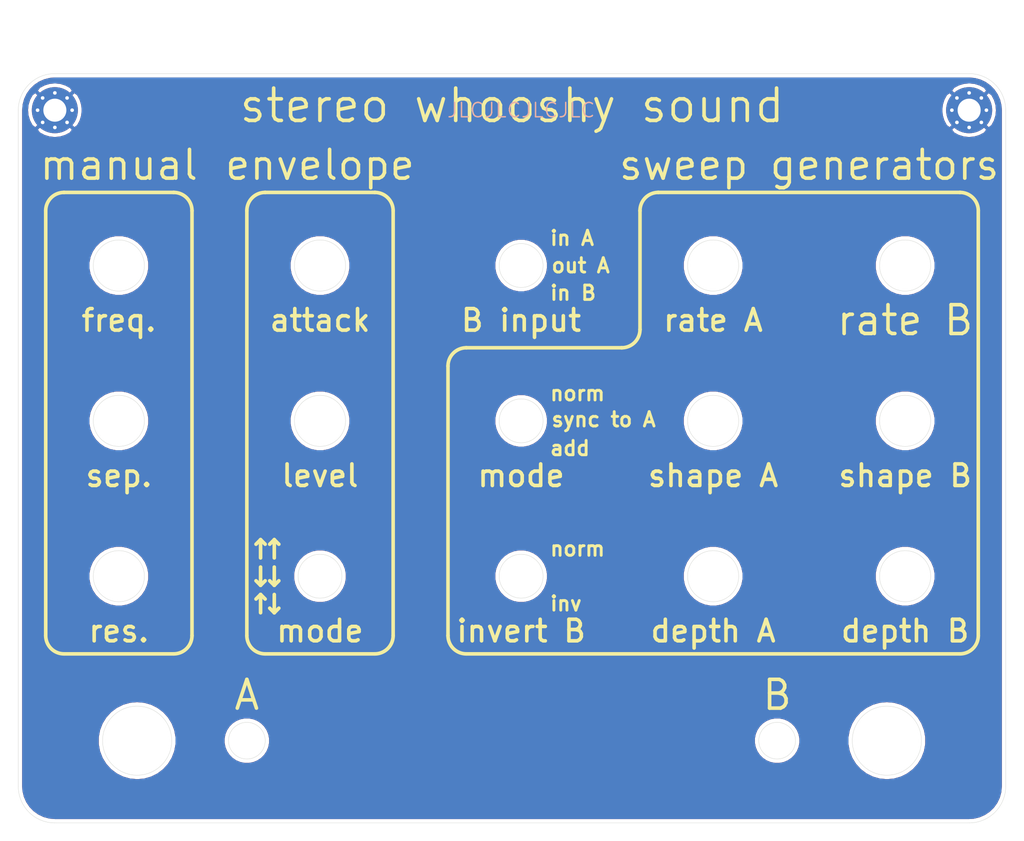
<source format=kicad_pcb>
(kicad_pcb (version 20171130) (host pcbnew 5.1.12-84ad8e8a86~92~ubuntu20.04.1)

  (general
    (thickness 1.6)
    (drawings 161)
    (tracks 0)
    (zones 0)
    (modules 2)
    (nets 2)
  )

  (page A4)
  (title_block
    (title "Stereo Whooshy Sound Front Panel")
    (date 2021-12-25)
    (rev 0)
    (comment 1 creativecommons.org/licenses/by/4.0/)
    (comment 2 "License: CC by 4.0")
    (comment 3 "Author: Jordan Aceto")
  )

  (layers
    (0 Top_layer signal)
    (31 Bottom_layer signal)
    (32 B.Adhes user)
    (33 F.Adhes user)
    (34 B.Paste user)
    (35 F.Paste user)
    (36 B.SilkS user)
    (37 F.SilkS user)
    (38 B.Mask user)
    (39 F.Mask user)
    (40 Dwgs.User user)
    (41 Cmts.User user)
    (42 Eco1.User user)
    (43 Eco2.User user)
    (44 Edge.Cuts user)
    (45 Margin user)
    (46 B.CrtYd user)
    (47 F.CrtYd user)
    (48 B.Fab user hide)
    (49 F.Fab user hide)
  )

  (setup
    (last_trace_width 0.25)
    (user_trace_width 0.4)
    (user_trace_width 0.5)
    (user_trace_width 0.7)
    (user_trace_width 1)
    (trace_clearance 0.2)
    (zone_clearance 0.508)
    (zone_45_only no)
    (trace_min 0.2)
    (via_size 0.8)
    (via_drill 0.4)
    (via_min_size 0.4)
    (via_min_drill 0.3)
    (uvia_size 0.3)
    (uvia_drill 0.1)
    (uvias_allowed no)
    (uvia_min_size 0.2)
    (uvia_min_drill 0.1)
    (edge_width 0.05)
    (segment_width 0.2)
    (pcb_text_width 0.3)
    (pcb_text_size 1.5 1.5)
    (mod_edge_width 0.12)
    (mod_text_size 1 1)
    (mod_text_width 0.15)
    (pad_size 1.524 1.524)
    (pad_drill 0.762)
    (pad_to_mask_clearance 0)
    (aux_axis_origin 0 0)
    (grid_origin 15.875 36.83)
    (visible_elements FFFFFF7F)
    (pcbplotparams
      (layerselection 0x010fc_ffffffff)
      (usegerberextensions true)
      (usegerberattributes false)
      (usegerberadvancedattributes false)
      (creategerberjobfile false)
      (excludeedgelayer true)
      (linewidth 0.100000)
      (plotframeref false)
      (viasonmask false)
      (mode 1)
      (useauxorigin false)
      (hpglpennumber 1)
      (hpglpenspeed 20)
      (hpglpendiameter 15.000000)
      (psnegative false)
      (psa4output false)
      (plotreference true)
      (plotvalue false)
      (plotinvisibletext false)
      (padsonsilk false)
      (subtractmaskfromsilk true)
      (outputformat 1)
      (mirror false)
      (drillshape 0)
      (scaleselection 1)
      (outputdirectory "../construction_docs/gerbers/"))
  )

  (net 0 "")
  (net 1 GND)

  (net_class Default "This is the default net class."
    (clearance 0.2)
    (trace_width 0.25)
    (via_dia 0.8)
    (via_drill 0.4)
    (uvia_dia 0.3)
    (uvia_drill 0.1)
    (add_net GND)
  )

  (module MountingHole:MountingHole_3.2mm_M3_Pad_Via (layer Top_layer) (tedit 56DDBCCA) (tstamp 61C77733)
    (at 133.985 15.24)
    (descr "Mounting Hole 3.2mm, M3")
    (tags "mounting hole 3.2mm m3")
    (path /61C796E4)
    (attr virtual)
    (fp_text reference H2 (at 0 -4.2) (layer F.SilkS) hide
      (effects (font (size 1 1) (thickness 0.15)))
    )
    (fp_text value MountingHole_Pad (at 0 4.2) (layer F.Fab)
      (effects (font (size 1 1) (thickness 0.15)))
    )
    (fp_circle (center 0 0) (end 3.2 0) (layer Cmts.User) (width 0.15))
    (fp_circle (center 0 0) (end 3.45 0) (layer F.CrtYd) (width 0.05))
    (fp_text user %R (at 0.3 0) (layer F.Fab)
      (effects (font (size 1 1) (thickness 0.15)))
    )
    (pad 1 thru_hole circle (at 1.697056 -1.697056) (size 0.8 0.8) (drill 0.5) (layers *.Cu *.Mask)
      (net 1 GND))
    (pad 1 thru_hole circle (at 0 -2.4) (size 0.8 0.8) (drill 0.5) (layers *.Cu *.Mask)
      (net 1 GND))
    (pad 1 thru_hole circle (at -1.697056 -1.697056) (size 0.8 0.8) (drill 0.5) (layers *.Cu *.Mask)
      (net 1 GND))
    (pad 1 thru_hole circle (at -2.4 0) (size 0.8 0.8) (drill 0.5) (layers *.Cu *.Mask)
      (net 1 GND))
    (pad 1 thru_hole circle (at -1.697056 1.697056) (size 0.8 0.8) (drill 0.5) (layers *.Cu *.Mask)
      (net 1 GND))
    (pad 1 thru_hole circle (at 0 2.4) (size 0.8 0.8) (drill 0.5) (layers *.Cu *.Mask)
      (net 1 GND))
    (pad 1 thru_hole circle (at 1.697056 1.697056) (size 0.8 0.8) (drill 0.5) (layers *.Cu *.Mask)
      (net 1 GND))
    (pad 1 thru_hole circle (at 2.4 0) (size 0.8 0.8) (drill 0.5) (layers *.Cu *.Mask)
      (net 1 GND))
    (pad 1 thru_hole circle (at 0 0) (size 6.4 6.4) (drill 3.2) (layers *.Cu *.Mask)
      (net 1 GND))
  )

  (module MountingHole:MountingHole_3.2mm_M3_Pad_Via (layer Top_layer) (tedit 56DDBCCA) (tstamp 61C77689)
    (at 6.985 15.24)
    (descr "Mounting Hole 3.2mm, M3")
    (tags "mounting hole 3.2mm m3")
    (path /61C77714)
    (attr virtual)
    (fp_text reference H1 (at 0 -4.2) (layer F.SilkS) hide
      (effects (font (size 1 1) (thickness 0.15)))
    )
    (fp_text value MountingHole_Pad (at 0 4.2) (layer F.Fab)
      (effects (font (size 1 1) (thickness 0.15)))
    )
    (fp_circle (center 0 0) (end 3.2 0) (layer Cmts.User) (width 0.15))
    (fp_circle (center 0 0) (end 3.45 0) (layer F.CrtYd) (width 0.05))
    (fp_text user %R (at 0.3 0) (layer F.Fab)
      (effects (font (size 1 1) (thickness 0.15)))
    )
    (pad 1 thru_hole circle (at 1.697056 -1.697056) (size 0.8 0.8) (drill 0.5) (layers *.Cu *.Mask)
      (net 1 GND))
    (pad 1 thru_hole circle (at 0 -2.4) (size 0.8 0.8) (drill 0.5) (layers *.Cu *.Mask)
      (net 1 GND))
    (pad 1 thru_hole circle (at -1.697056 -1.697056) (size 0.8 0.8) (drill 0.5) (layers *.Cu *.Mask)
      (net 1 GND))
    (pad 1 thru_hole circle (at -2.4 0) (size 0.8 0.8) (drill 0.5) (layers *.Cu *.Mask)
      (net 1 GND))
    (pad 1 thru_hole circle (at -1.697056 1.697056) (size 0.8 0.8) (drill 0.5) (layers *.Cu *.Mask)
      (net 1 GND))
    (pad 1 thru_hole circle (at 0 2.4) (size 0.8 0.8) (drill 0.5) (layers *.Cu *.Mask)
      (net 1 GND))
    (pad 1 thru_hole circle (at 1.697056 1.697056) (size 0.8 0.8) (drill 0.5) (layers *.Cu *.Mask)
      (net 1 GND))
    (pad 1 thru_hole circle (at 2.4 0) (size 0.8 0.8) (drill 0.5) (layers *.Cu *.Mask)
      (net 1 GND))
    (pad 1 thru_hole circle (at 0 0) (size 6.4 6.4) (drill 3.2) (layers *.Cu *.Mask)
      (net 1 GND))
  )

  (gr_text JLCJLCJLCJLC (at 71.755 15.24) (layer B.SilkS)
    (effects (font (size 2 2) (thickness 0.2)))
  )
  (gr_arc (start 133.985 15.24) (end 139.065 15.24) (angle -90) (layer Edge.Cuts) (width 0.05) (tstamp 61C7763A))
  (gr_arc (start 133.985 109.22) (end 133.985 114.3) (angle -90) (layer Edge.Cuts) (width 0.05) (tstamp 61C7763A))
  (gr_arc (start 6.985 109.22) (end 1.905 109.22) (angle -90) (layer Edge.Cuts) (width 0.05) (tstamp 61C7763A))
  (gr_arc (start 6.985 15.24) (end 6.985 10.16) (angle -90) (layer Edge.Cuts) (width 0.05) (tstamp 61C7763A))
  (gr_line (start 6.985 10.16) (end 133.985 10.16) (layer Edge.Cuts) (width 0.05) (tstamp 61C775AB))
  (gr_line (start 1.905 109.22) (end 1.905 15.24) (layer Edge.Cuts) (width 0.05))
  (gr_line (start 133.985 114.3) (end 6.985 114.3) (layer Edge.Cuts) (width 0.05))
  (gr_line (start 139.065 15.24) (end 139.065 109.22) (layer Edge.Cuts) (width 0.05))
  (gr_arc (start 132.715 88.265) (end 132.715 90.805) (angle -90) (layer F.SilkS) (width 0.5) (tstamp 61C77370))
  (gr_arc (start 132.715 29.21) (end 135.255 29.21) (angle -90) (layer F.SilkS) (width 0.5) (tstamp 61C77370))
  (gr_arc (start 90.805 29.21) (end 90.805 26.67) (angle -90) (layer F.SilkS) (width 0.5) (tstamp 61C77370))
  (gr_arc (start 85.725 45.72) (end 85.725 48.26) (angle -90) (layer F.SilkS) (width 0.5) (tstamp 61C77370))
  (gr_arc (start 64.135 50.8) (end 64.135 48.26) (angle -90) (layer F.SilkS) (width 0.5) (tstamp 61C77370))
  (gr_arc (start 51.435 29.21) (end 53.975 29.21) (angle -90) (layer F.SilkS) (width 0.5) (tstamp 61C77370))
  (gr_arc (start 64.135 88.265) (end 61.595 88.265) (angle -90) (layer F.SilkS) (width 0.5) (tstamp 61C77370))
  (gr_arc (start 51.435 88.265) (end 51.435 90.805) (angle -90) (layer F.SilkS) (width 0.5) (tstamp 61C77370))
  (gr_arc (start 36.195 88.265) (end 33.655 88.265) (angle -90) (layer F.SilkS) (width 0.5) (tstamp 61C77370))
  (gr_arc (start 23.495 88.265) (end 23.495 90.805) (angle -90) (layer F.SilkS) (width 0.5) (tstamp 61C77370))
  (gr_arc (start 8.255 88.265) (end 5.715 88.265) (angle -90) (layer F.SilkS) (width 0.5) (tstamp 61C77370))
  (gr_arc (start 36.195 29.21) (end 36.195 26.67) (angle -90) (layer F.SilkS) (width 0.5) (tstamp 61C77370))
  (gr_arc (start 23.495 29.21) (end 26.035 29.21) (angle -90) (layer F.SilkS) (width 0.5) (tstamp 61C77370))
  (gr_arc (start 8.255 29.21) (end 8.255 26.67) (angle -90) (layer F.SilkS) (width 0.5))
  (gr_line (start 132.715 90.805) (end 64.135 90.805) (layer F.SilkS) (width 0.5))
  (gr_line (start 135.255 29.21) (end 135.255 88.265) (layer F.SilkS) (width 0.5))
  (gr_line (start 90.805 26.67) (end 132.715 26.67) (layer F.SilkS) (width 0.5))
  (gr_line (start 88.265 29.21) (end 88.265 45.72) (layer F.SilkS) (width 0.5))
  (gr_line (start 64.135 48.26) (end 85.725 48.26) (layer F.SilkS) (width 0.5))
  (gr_line (start 61.595 50.8) (end 61.595 88.265) (layer F.SilkS) (width 0.5))
  (gr_line (start 51.435 90.805) (end 36.195 90.805) (layer F.SilkS) (width 0.5) (tstamp 61C77342))
  (gr_line (start 23.495 90.805) (end 8.255 90.805) (layer F.SilkS) (width 0.5) (tstamp 61C77342))
  (gr_line (start 51.435 26.67) (end 36.195 26.67) (layer F.SilkS) (width 0.5) (tstamp 61C77342))
  (gr_line (start 53.975 29.21) (end 53.975 88.265) (layer F.SilkS) (width 0.5) (tstamp 61C7733A))
  (gr_line (start 33.655 29.21) (end 33.655 88.265) (layer F.SilkS) (width 0.5) (tstamp 61C7733A))
  (gr_line (start 5.715 29.21) (end 5.715 88.265) (layer F.SilkS) (width 0.5) (tstamp 61C7733A))
  (gr_line (start 26.035 29.21) (end 26.035 88.265) (layer F.SilkS) (width 0.5))
  (gr_line (start 23.495 26.67) (end 8.255 26.67) (layer F.SilkS) (width 0.5))
  (gr_circle (center 33.655 102.87) (end 36.205 102.87) (layer Edge.Cuts) (width 0.05) (tstamp 61C77231))
  (gr_circle (center 107.315 102.87) (end 109.865 102.87) (layer Edge.Cuts) (width 0.05) (tstamp 61C7722C))
  (gr_circle (center 122.555 102.87) (end 127.355 102.87) (layer Edge.Cuts) (width 0.05) (tstamp 61C7722C))
  (gr_circle (center 18.415 102.87) (end 23.215 102.87) (layer Edge.Cuts) (width 0.05) (tstamp 61C7721D))
  (gr_circle (center 71.755 36.83) (end 74.805 36.83) (layer Edge.Cuts) (width 0.05) (tstamp 61C7721D))
  (gr_circle (center 71.755 58.42) (end 74.805 58.42) (layer Edge.Cuts) (width 0.05) (tstamp 61C7721D))
  (gr_circle (center 71.755 80.01) (end 74.805 80.01) (layer Edge.Cuts) (width 0.05) (tstamp 61C7721D))
  (gr_circle (center 43.815 80.01) (end 46.865 80.01) (layer Edge.Cuts) (width 0.05) (tstamp 61C77207))
  (gr_circle (center 98.425 58.42) (end 101.975 58.42) (layer Edge.Cuts) (width 0.05) (tstamp 61C77207))
  (gr_circle (center 98.425 80.01) (end 101.975 80.01) (layer Edge.Cuts) (width 0.05) (tstamp 61C77207))
  (gr_circle (center 125.095 80.01) (end 128.645 80.01) (layer Edge.Cuts) (width 0.05) (tstamp 61C77207))
  (gr_circle (center 125.095 58.42) (end 128.645 58.42) (layer Edge.Cuts) (width 0.05) (tstamp 61C77207))
  (gr_circle (center 125.095 36.83) (end 128.645 36.83) (layer Edge.Cuts) (width 0.05) (tstamp 61C77207))
  (gr_circle (center 98.425 36.83) (end 101.975 36.83) (layer Edge.Cuts) (width 0.05) (tstamp 61C77207))
  (gr_circle (center 43.815 36.83) (end 47.365 36.83) (layer Edge.Cuts) (width 0.05) (tstamp 61C77207))
  (gr_circle (center 43.815 58.42) (end 47.365 58.42) (layer Edge.Cuts) (width 0.05) (tstamp 61C77207))
  (gr_circle (center 15.875 80.01) (end 19.425 80.01) (layer Edge.Cuts) (width 0.05) (tstamp 61C77207))
  (gr_circle (center 15.875 58.42) (end 19.425 58.42) (layer Edge.Cuts) (width 0.05) (tstamp 61C77207))
  (gr_circle (center 15.875 36.83) (end 19.425 36.83) (layer Edge.Cuts) (width 0.05))
  (gr_line (start 140.7 0) (end 140.7 116.7) (layer Dwgs.User) (width 0.15))
  (gr_line (start 0 0) (end 0 116.7) (layer Dwgs.User) (width 0.15))
  (gr_line (start 0 116.7) (end 140.7 116.7) (layer Dwgs.User) (width 0.15) (tstamp 610EBDF6))
  (gr_text B (at 107.315 96.52) (layer F.SilkS) (tstamp 610EC5DB)
    (effects (font (size 4 4) (thickness 0.5)))
  )
  (gr_circle (center 107.275 102.87) (end 109.775 102.87) (layer Dwgs.User) (width 0.15) (tstamp 610EC5DE))
  (gr_text A (at 33.655 96.52) (layer F.SilkS) (tstamp 610EC5D8)
    (effects (font (size 4 4) (thickness 0.5)))
  )
  (gr_circle (center 33.695 102.87) (end 36.195 102.87) (layer Dwgs.User) (width 0.15) (tstamp 610EC5D5))
  (gr_text "out A" (at 75.755 36.83) (layer F.SilkS) (tstamp 610EC5CF)
    (effects (font (size 2 2) (thickness 0.4)) (justify left))
  )
  (gr_text "in A" (at 75.565 33.02) (layer F.SilkS) (tstamp 610EC5CC)
    (effects (font (size 2 2) (thickness 0.4)) (justify left))
  )
  (gr_text "in B" (at 75.565 40.64) (layer F.SilkS) (tstamp 610EC5C9)
    (effects (font (size 2 2) (thickness 0.4)) (justify left))
  )
  (gr_text "B input" (at 71.755 44.45) (layer F.SilkS) (tstamp 610EC5C6)
    (effects (font (size 3 3) (thickness 0.5)))
  )
  (gr_circle (center 71.755 80.01) (end 75.755 80.01) (layer Dwgs.User) (width 0.15) (tstamp 610EC5C3))
  (gr_line (start 71.755 80.01) (end 67.945 75.438) (layer Dwgs.User) (width 0.15) (tstamp 610EC5C0))
  (gr_text "stereo whooshy sound" (at 70.485 14.605) (layer F.SilkS) (tstamp 61C773BE)
    (effects (font (size 4.5 4.5) (thickness 0.5)))
  )
  (gr_text "sweep generators" (at 111.76 22.86) (layer F.SilkS) (tstamp 610EC5BA)
    (effects (font (size 4 4) (thickness 0.5)))
  )
  (gr_text envelope (at 43.815 22.86) (layer F.SilkS) (tstamp 610EC5B7)
    (effects (font (size 4 4) (thickness 0.5)))
  )
  (gr_text manual (at 15.875 22.86) (layer F.SilkS) (tstamp 610EC5B4)
    (effects (font (size 4 4) (thickness 0.5)))
  )
  (gr_line (start 37.465 85.09) (end 38.1 84.455) (layer F.SilkS) (width 0.5) (tstamp 610EC57E))
  (gr_line (start 37.465 82.55) (end 37.465 85.09) (layer F.SilkS) (width 0.5) (tstamp 610EC57B))
  (gr_line (start 35.56 82.55) (end 34.925 83.185) (layer F.SilkS) (width 0.5) (tstamp 610EC578))
  (gr_line (start 37.465 85.09) (end 36.83 84.455) (layer F.SilkS) (width 0.5) (tstamp 610EC575))
  (gr_line (start 35.56 82.55) (end 36.195 83.185) (layer F.SilkS) (width 0.5) (tstamp 610EC572))
  (gr_line (start 35.56 85.09) (end 35.56 82.55) (layer F.SilkS) (width 0.5) (tstamp 610EC56F))
  (gr_line (start 35.56 81.28) (end 36.195 80.645) (layer F.SilkS) (width 0.5) (tstamp 610EC56C))
  (gr_line (start 35.56 78.74) (end 35.56 81.28) (layer F.SilkS) (width 0.5) (tstamp 610EC569))
  (gr_line (start 37.465 81.28) (end 38.1 80.645) (layer F.SilkS) (width 0.5) (tstamp 610EC566))
  (gr_line (start 35.56 81.28) (end 34.925 80.645) (layer F.SilkS) (width 0.5) (tstamp 610EC563))
  (gr_line (start 37.465 81.28) (end 36.83 80.645) (layer F.SilkS) (width 0.5) (tstamp 610EC560))
  (gr_line (start 37.465 78.74) (end 37.465 81.28) (layer F.SilkS) (width 0.5) (tstamp 610EC55D))
  (gr_line (start 35.56 74.93) (end 34.925 75.565) (layer F.SilkS) (width 0.5) (tstamp 610EC55A))
  (gr_line (start 35.56 77.47) (end 35.56 74.93) (layer F.SilkS) (width 0.5) (tstamp 610EC557))
  (gr_line (start 35.56 74.93) (end 36.195 75.565) (layer F.SilkS) (width 0.5) (tstamp 610EC554))
  (gr_line (start 37.465 74.93) (end 38.1 75.565) (layer F.SilkS) (width 0.5) (tstamp 610EC551))
  (gr_line (start 37.465 74.93) (end 36.83 75.565) (layer F.SilkS) (width 0.5) (tstamp 610EC54E))
  (gr_line (start 37.465 77.47) (end 37.465 74.93) (layer F.SilkS) (width 0.5) (tstamp 610EC54B))
  (gr_line (start 128.905 100.33) (end 128.905 105.41) (layer Dwgs.User) (width 0.15) (tstamp 610EC518))
  (gr_line (start 125.095 109.22) (end 128.905 105.41) (layer Dwgs.User) (width 0.15) (tstamp 610EC515))
  (gr_line (start 120.015 109.22) (end 125.095 109.22) (layer Dwgs.User) (width 0.15) (tstamp 610EC512))
  (gr_line (start 125.095 96.52) (end 128.905 100.33) (layer Dwgs.User) (width 0.15) (tstamp 610EC50F))
  (gr_line (start 120.015 96.52) (end 125.095 96.52) (layer Dwgs.User) (width 0.15) (tstamp 610EC50C))
  (gr_circle (center 122.555 102.87) (end 127.555 102.87) (layer Dwgs.User) (width 0.15) (tstamp 610EC509))
  (gr_line (start 116.205 105.41) (end 116.205 100.33) (layer Dwgs.User) (width 0.15) (tstamp 610EC506))
  (gr_circle (center 122.555 102.87) (end 132.555 102.87) (layer Dwgs.User) (width 0.15) (tstamp 610EC503))
  (gr_line (start 120.015 109.22) (end 116.205 105.41) (layer Dwgs.User) (width 0.15) (tstamp 610EC500))
  (gr_line (start 116.205 100.33) (end 116.205 105.41) (layer Dwgs.User) (width 0.15) (tstamp 610EC4FD))
  (gr_line (start 120.015 96.52) (end 116.205 100.33) (layer Dwgs.User) (width 0.15) (tstamp 610EC4FA))
  (gr_line (start 15.875 109.22) (end 12.065 105.41) (layer Dwgs.User) (width 0.15) (tstamp 610EC4F7))
  (gr_line (start 15.875 96.52) (end 12.065 100.33) (layer Dwgs.User) (width 0.15) (tstamp 610EC4F4))
  (gr_line (start 12.065 105.41) (end 12.065 100.33) (layer Dwgs.User) (width 0.15) (tstamp 610EC4F1))
  (gr_line (start 12.065 100.33) (end 12.065 105.41) (layer Dwgs.User) (width 0.15) (tstamp 610EC4EE))
  (gr_line (start 20.955 109.22) (end 24.765 105.41) (layer Dwgs.User) (width 0.15) (tstamp 610EC4EB))
  (gr_line (start 15.875 109.22) (end 20.955 109.22) (layer Dwgs.User) (width 0.15) (tstamp 610EC4E8))
  (gr_line (start 24.765 100.33) (end 24.765 105.41) (layer Dwgs.User) (width 0.15) (tstamp 610EC4E5))
  (gr_line (start 20.955 96.52) (end 24.765 100.33) (layer Dwgs.User) (width 0.15) (tstamp 610EC4E2))
  (gr_line (start 15.875 96.52) (end 20.955 96.52) (layer Dwgs.User) (width 0.15) (tstamp 610EC4DF))
  (gr_circle (center 18.415 102.87) (end 28.415 102.87) (layer Dwgs.User) (width 0.15) (tstamp 610EC4DC))
  (gr_circle (center 18.415 102.87) (end 23.415 102.87) (layer Dwgs.User) (width 0.15) (tstamp 610EC4D9))
  (gr_text res. (at 15.875 87.63) (layer F.SilkS) (tstamp 610EC4D6)
    (effects (font (size 3 3) (thickness 0.5)))
  )
  (gr_text sep. (at 15.875 66.04) (layer F.SilkS) (tstamp 610EC4D3)
    (effects (font (size 3 3) (thickness 0.5)))
  )
  (gr_text freq. (at 15.875 44.45) (layer F.SilkS) (tstamp 610EC4D0)
    (effects (font (size 3 3) (thickness 0.5)))
  )
  (gr_text mode (at 43.815 87.63) (layer F.SilkS) (tstamp 610EC4CD)
    (effects (font (size 3 3) (thickness 0.5)))
  )
  (gr_text level (at 43.815 66.04) (layer F.SilkS) (tstamp 610EC4CA)
    (effects (font (size 3 3) (thickness 0.5)))
  )
  (gr_text attack (at 43.815 44.45) (layer F.SilkS) (tstamp 61C7716F)
    (effects (font (size 3 3) (thickness 0.5)))
  )
  (gr_text "depth B" (at 125.095 87.63) (layer F.SilkS) (tstamp 61C7725D)
    (effects (font (size 3 3) (thickness 0.5)))
  )
  (gr_text "depth A" (at 98.425 87.63) (layer F.SilkS) (tstamp 610EC4C1)
    (effects (font (size 3 3) (thickness 0.5)))
  )
  (gr_text "rate B" (at 125.095 44.45) (layer F.SilkS) (tstamp 610EC4BE)
    (effects (font (size 4 4) (thickness 0.5)))
  )
  (gr_text "rate A" (at 98.425 44.45) (layer F.SilkS) (tstamp 610EC4BB)
    (effects (font (size 3 3) (thickness 0.5)))
  )
  (gr_text "shape A" (at 98.425 66.04) (layer F.SilkS) (tstamp 610EC4B8)
    (effects (font (size 3 3) (thickness 0.5)))
  )
  (gr_text "invert B" (at 71.755 87.63) (layer F.SilkS) (tstamp 610EC4B5)
    (effects (font (size 3 3) (thickness 0.5)))
  )
  (gr_text inv (at 75.565 83.82) (layer F.SilkS) (tstamp 610EC4B2)
    (effects (font (size 2 2) (thickness 0.4)) (justify left))
  )
  (gr_text norm (at 75.565 76.2) (layer F.SilkS) (tstamp 610EC4AF)
    (effects (font (size 2 2) (thickness 0.4)) (justify left))
  )
  (gr_text add (at 75.565 62.23) (layer F.SilkS) (tstamp 610EC4AC)
    (effects (font (size 2 2) (thickness 0.4)) (justify left))
  )
  (gr_text "sync to A" (at 75.755 58.23) (layer F.SilkS) (tstamp 610EC4A9)
    (effects (font (size 2 2) (thickness 0.4)) (justify left))
  )
  (gr_text norm (at 75.565 54.61) (layer F.SilkS) (tstamp 610EC4A6)
    (effects (font (size 2 2) (thickness 0.4)) (justify left))
  )
  (gr_text "shape B" (at 125.095 66.04) (layer F.SilkS) (tstamp 610EC4A3)
    (effects (font (size 3 3) (thickness 0.5)))
  )
  (gr_text mode (at 71.755 66.04) (layer F.SilkS) (tstamp 610EC4A0)
    (effects (font (size 3 3) (thickness 0.5)))
  )
  (gr_line (start 15.875 80.01) (end 11.684 84.201) (layer Dwgs.User) (width 0.15) (tstamp 610EC49D))
  (gr_circle (center 15.875 80.01) (end 21.875 80.01) (layer Dwgs.User) (width 0.15) (tstamp 610EC49A))
  (gr_circle (center 15.875 58.42) (end 21.875 58.42) (layer Dwgs.User) (width 0.15) (tstamp 610EC497))
  (gr_line (start 15.875 36.83) (end 10.795 40.259) (layer Dwgs.User) (width 0.15) (tstamp 610EC494))
  (gr_circle (center 15.875 36.83) (end 21.875 36.83) (layer Dwgs.User) (width 0.15) (tstamp 610EC491))
  (gr_line (start 15.875 58.42) (end 11.684 62.611) (layer Dwgs.User) (width 0.15) (tstamp 610EC48E))
  (gr_circle (center 43.815 58.42) (end 49.815 58.42) (layer Dwgs.User) (width 0.15) (tstamp 610EC48B))
  (gr_line (start 43.815 80.01) (end 40.005 75.438) (layer Dwgs.User) (width 0.15) (tstamp 610EC488))
  (gr_line (start 43.815 36.83) (end 38.735 40.259) (layer Dwgs.User) (width 0.15) (tstamp 610EC485))
  (gr_circle (center 43.815 36.83) (end 49.815 36.83) (layer Dwgs.User) (width 0.15) (tstamp 610EC482))
  (gr_line (start 43.815 58.42) (end 39.624 62.611) (layer Dwgs.User) (width 0.15) (tstamp 610EC47F))
  (gr_circle (center 43.815 80.01) (end 47.815 80.01) (layer Dwgs.User) (width 0.15) (tstamp 610EC47C))
  (gr_circle (center 125.095 80.01) (end 131.095 80.01) (layer Dwgs.User) (width 0.15) (tstamp 610EC479))
  (gr_line (start 98.425 80.01) (end 93.345 83.439) (layer Dwgs.User) (width 0.15) (tstamp 610EC476))
  (gr_circle (center 98.425 80.01) (end 104.425 80.01) (layer Dwgs.User) (width 0.15) (tstamp 610EC473))
  (gr_line (start 125.095 80.01) (end 120.904 84.201) (layer Dwgs.User) (width 0.15) (tstamp 610EC470))
  (gr_circle (center 98.425 58.42) (end 104.425 58.42) (layer Dwgs.User) (width 0.15) (tstamp 610EC46D))
  (gr_line (start 71.755 36.83) (end 67.945 32.258) (layer Dwgs.User) (width 0.15) (tstamp 610EC46A))
  (gr_line (start 98.425 36.83) (end 93.345 40.259) (layer Dwgs.User) (width 0.15) (tstamp 610EC467))
  (gr_circle (center 98.425 36.83) (end 104.425 36.83) (layer Dwgs.User) (width 0.15) (tstamp 610EC464))
  (gr_line (start 98.425 58.42) (end 94.234 62.611) (layer Dwgs.User) (width 0.15) (tstamp 610EC461))
  (gr_circle (center 71.755 36.83) (end 75.755 36.83) (layer Dwgs.User) (width 0.15) (tstamp 610EC45E))
  (gr_circle (center 71.755 58.42) (end 75.755 58.42) (layer Dwgs.User) (width 0.15) (tstamp 610EC45B))
  (gr_line (start 71.755 58.42) (end 67.945 53.848) (layer Dwgs.User) (width 0.15) (tstamp 610EC458))
  (gr_line (start 125.095 36.83) (end 120.015 40.259) (layer Dwgs.User) (width 0.15) (tstamp 610EC455))
  (gr_circle (center 125.095 58.42) (end 131.095 58.42) (layer Dwgs.User) (width 0.15) (tstamp 610EC452))
  (gr_circle (center 125.095 36.83) (end 131.095 36.83) (layer Dwgs.User) (width 0.15) (tstamp 610EC44F))
  (gr_line (start 125.095 58.42) (end 120.904 62.611) (layer Dwgs.User) (width 0.15) (tstamp 610EC44C))
  (gr_line (start 0 0) (end 140.7 0) (layer Dwgs.User) (width 0.15) (tstamp 5FB3DFFE))

  (zone (net 1) (net_name GND) (layer Top_layer) (tstamp 61C72A3F) (hatch edge 0.508)
    (connect_pads (clearance 0.508))
    (min_thickness 0.254)
    (fill yes (arc_segments 32) (thermal_gap 0.508) (thermal_bridge_width 0.508))
    (polygon
      (pts
        (xy 140.335 115.57) (xy 0.635 115.57) (xy 0.635 8.89) (xy 140.335 8.89)
      )
    )
    (filled_polygon
      (pts
        (xy 134.767249 10.892437) (xy 135.524774 11.099672) (xy 136.233625 11.437777) (xy 136.871404 11.896067) (xy 137.417946 12.460055)
        (xy 137.855977 13.111913) (xy 138.171651 13.831038) (xy 138.356206 14.599768) (xy 138.405 15.264207) (xy 138.405001 109.190597)
        (xy 138.332563 110.002249) (xy 138.125328 110.759774) (xy 137.787221 111.468627) (xy 137.328928 112.10641) (xy 136.764945 112.652946)
        (xy 136.113085 113.090978) (xy 135.393963 113.406651) (xy 134.625232 113.591206) (xy 133.960792 113.64) (xy 7.014392 113.64)
        (xy 6.202751 113.567563) (xy 5.445226 113.360328) (xy 4.736373 113.022221) (xy 4.09859 112.563928) (xy 3.552054 111.999945)
        (xy 3.114022 111.348085) (xy 2.798349 110.628963) (xy 2.613794 109.860232) (xy 2.565 109.195792) (xy 2.565 102.364369)
        (xy 12.958377 102.364369) (xy 12.958377 103.375631) (xy 13.144195 104.369673) (xy 13.509505 105.312646) (xy 14.041866 106.172438)
        (xy 14.723148 106.919769) (xy 15.530152 107.52919) (xy 16.435396 107.979948) (xy 17.408053 108.256693) (xy 18.415 108.35)
        (xy 19.421947 108.256693) (xy 20.394604 107.979948) (xy 21.299848 107.52919) (xy 22.106852 106.919769) (xy 22.788134 106.172438)
        (xy 23.320495 105.312646) (xy 23.685805 104.369673) (xy 23.871623 103.375631) (xy 23.871623 102.553405) (xy 30.440553 102.553405)
        (xy 30.440553 103.186595) (xy 30.564083 103.80762) (xy 30.806394 104.392611) (xy 31.158176 104.91909) (xy 31.60591 105.366824)
        (xy 32.132389 105.718606) (xy 32.71738 105.960917) (xy 33.338405 106.084447) (xy 33.971595 106.084447) (xy 34.59262 105.960917)
        (xy 35.177611 105.718606) (xy 35.70409 105.366824) (xy 36.151824 104.91909) (xy 36.503606 104.392611) (xy 36.745917 103.80762)
        (xy 36.869447 103.186595) (xy 36.869447 102.553405) (xy 104.100553 102.553405) (xy 104.100553 103.186595) (xy 104.224083 103.80762)
        (xy 104.466394 104.392611) (xy 104.818176 104.91909) (xy 105.26591 105.366824) (xy 105.792389 105.718606) (xy 106.37738 105.960917)
        (xy 106.998405 106.084447) (xy 107.631595 106.084447) (xy 108.25262 105.960917) (xy 108.837611 105.718606) (xy 109.36409 105.366824)
        (xy 109.811824 104.91909) (xy 110.163606 104.392611) (xy 110.405917 103.80762) (xy 110.529447 103.186595) (xy 110.529447 102.553405)
        (xy 110.491846 102.364369) (xy 117.098377 102.364369) (xy 117.098377 103.375631) (xy 117.284195 104.369673) (xy 117.649505 105.312646)
        (xy 118.181866 106.172438) (xy 118.863148 106.919769) (xy 119.670152 107.52919) (xy 120.575396 107.979948) (xy 121.548053 108.256693)
        (xy 122.555 108.35) (xy 123.561947 108.256693) (xy 124.534604 107.979948) (xy 125.439848 107.52919) (xy 126.246852 106.919769)
        (xy 126.928134 106.172438) (xy 127.460495 105.312646) (xy 127.825805 104.369673) (xy 128.011623 103.375631) (xy 128.011623 102.364369)
        (xy 127.825805 101.370327) (xy 127.460495 100.427354) (xy 126.928134 99.567562) (xy 126.246852 98.820231) (xy 125.439848 98.21081)
        (xy 124.534604 97.760052) (xy 123.561947 97.483307) (xy 122.555 97.39) (xy 121.548053 97.483307) (xy 120.575396 97.760052)
        (xy 119.670152 98.21081) (xy 118.863148 98.820231) (xy 118.181866 99.567562) (xy 117.649505 100.427354) (xy 117.284195 101.370327)
        (xy 117.098377 102.364369) (xy 110.491846 102.364369) (xy 110.405917 101.93238) (xy 110.163606 101.347389) (xy 109.811824 100.82091)
        (xy 109.36409 100.373176) (xy 108.837611 100.021394) (xy 108.25262 99.779083) (xy 107.631595 99.655553) (xy 106.998405 99.655553)
        (xy 106.37738 99.779083) (xy 105.792389 100.021394) (xy 105.26591 100.373176) (xy 104.818176 100.82091) (xy 104.466394 101.347389)
        (xy 104.224083 101.93238) (xy 104.100553 102.553405) (xy 36.869447 102.553405) (xy 36.745917 101.93238) (xy 36.503606 101.347389)
        (xy 36.151824 100.82091) (xy 35.70409 100.373176) (xy 35.177611 100.021394) (xy 34.59262 99.779083) (xy 33.971595 99.655553)
        (xy 33.338405 99.655553) (xy 32.71738 99.779083) (xy 32.132389 100.021394) (xy 31.60591 100.373176) (xy 31.158176 100.82091)
        (xy 30.806394 101.347389) (xy 30.564083 101.93238) (xy 30.440553 102.553405) (xy 23.871623 102.553405) (xy 23.871623 102.364369)
        (xy 23.685805 101.370327) (xy 23.320495 100.427354) (xy 22.788134 99.567562) (xy 22.106852 98.820231) (xy 21.299848 98.21081)
        (xy 20.394604 97.760052) (xy 19.421947 97.483307) (xy 18.415 97.39) (xy 17.408053 97.483307) (xy 16.435396 97.760052)
        (xy 15.530152 98.21081) (xy 14.723148 98.820231) (xy 14.041866 99.567562) (xy 13.509505 100.427354) (xy 13.144195 101.370327)
        (xy 12.958377 102.364369) (xy 2.565 102.364369) (xy 2.565 79.595387) (xy 11.665369 79.595387) (xy 11.665369 80.424613)
        (xy 11.827142 81.237904) (xy 12.144473 82.004008) (xy 12.605166 82.693484) (xy 13.191516 83.279834) (xy 13.880992 83.740527)
        (xy 14.647096 84.057858) (xy 15.460387 84.219631) (xy 16.289613 84.219631) (xy 17.102904 84.057858) (xy 17.869008 83.740527)
        (xy 18.558484 83.279834) (xy 19.144834 82.693484) (xy 19.605527 82.004008) (xy 19.922858 81.237904) (xy 20.084631 80.424613)
        (xy 20.084631 79.644396) (xy 40.102961 79.644396) (xy 40.102961 80.375604) (xy 40.245613 81.092762) (xy 40.525434 81.76831)
        (xy 40.931671 82.376287) (xy 41.448713 82.893329) (xy 42.05669 83.299566) (xy 42.732238 83.579387) (xy 43.449396 83.722039)
        (xy 44.180604 83.722039) (xy 44.897762 83.579387) (xy 45.57331 83.299566) (xy 46.181287 82.893329) (xy 46.698329 82.376287)
        (xy 47.104566 81.76831) (xy 47.384387 81.092762) (xy 47.527039 80.375604) (xy 47.527039 79.644396) (xy 68.042961 79.644396)
        (xy 68.042961 80.375604) (xy 68.185613 81.092762) (xy 68.465434 81.76831) (xy 68.871671 82.376287) (xy 69.388713 82.893329)
        (xy 69.99669 83.299566) (xy 70.672238 83.579387) (xy 71.389396 83.722039) (xy 72.120604 83.722039) (xy 72.837762 83.579387)
        (xy 73.51331 83.299566) (xy 74.121287 82.893329) (xy 74.638329 82.376287) (xy 75.044566 81.76831) (xy 75.324387 81.092762)
        (xy 75.467039 80.375604) (xy 75.467039 79.644396) (xy 75.457291 79.595387) (xy 94.215369 79.595387) (xy 94.215369 80.424613)
        (xy 94.377142 81.237904) (xy 94.694473 82.004008) (xy 95.155166 82.693484) (xy 95.741516 83.279834) (xy 96.430992 83.740527)
        (xy 97.197096 84.057858) (xy 98.010387 84.219631) (xy 98.839613 84.219631) (xy 99.652904 84.057858) (xy 100.419008 83.740527)
        (xy 101.108484 83.279834) (xy 101.694834 82.693484) (xy 102.155527 82.004008) (xy 102.472858 81.237904) (xy 102.634631 80.424613)
        (xy 102.634631 79.595387) (xy 120.885369 79.595387) (xy 120.885369 80.424613) (xy 121.047142 81.237904) (xy 121.364473 82.004008)
        (xy 121.825166 82.693484) (xy 122.411516 83.279834) (xy 123.100992 83.740527) (xy 123.867096 84.057858) (xy 124.680387 84.219631)
        (xy 125.509613 84.219631) (xy 126.322904 84.057858) (xy 127.089008 83.740527) (xy 127.778484 83.279834) (xy 128.364834 82.693484)
        (xy 128.825527 82.004008) (xy 129.142858 81.237904) (xy 129.304631 80.424613) (xy 129.304631 79.595387) (xy 129.142858 78.782096)
        (xy 128.825527 78.015992) (xy 128.364834 77.326516) (xy 127.778484 76.740166) (xy 127.089008 76.279473) (xy 126.322904 75.962142)
        (xy 125.509613 75.800369) (xy 124.680387 75.800369) (xy 123.867096 75.962142) (xy 123.100992 76.279473) (xy 122.411516 76.740166)
        (xy 121.825166 77.326516) (xy 121.364473 78.015992) (xy 121.047142 78.782096) (xy 120.885369 79.595387) (xy 102.634631 79.595387)
        (xy 102.472858 78.782096) (xy 102.155527 78.015992) (xy 101.694834 77.326516) (xy 101.108484 76.740166) (xy 100.419008 76.279473)
        (xy 99.652904 75.962142) (xy 98.839613 75.800369) (xy 98.010387 75.800369) (xy 97.197096 75.962142) (xy 96.430992 76.279473)
        (xy 95.741516 76.740166) (xy 95.155166 77.326516) (xy 94.694473 78.015992) (xy 94.377142 78.782096) (xy 94.215369 79.595387)
        (xy 75.457291 79.595387) (xy 75.324387 78.927238) (xy 75.044566 78.25169) (xy 74.638329 77.643713) (xy 74.121287 77.126671)
        (xy 73.51331 76.720434) (xy 72.837762 76.440613) (xy 72.120604 76.297961) (xy 71.389396 76.297961) (xy 70.672238 76.440613)
        (xy 69.99669 76.720434) (xy 69.388713 77.126671) (xy 68.871671 77.643713) (xy 68.465434 78.25169) (xy 68.185613 78.927238)
        (xy 68.042961 79.644396) (xy 47.527039 79.644396) (xy 47.384387 78.927238) (xy 47.104566 78.25169) (xy 46.698329 77.643713)
        (xy 46.181287 77.126671) (xy 45.57331 76.720434) (xy 44.897762 76.440613) (xy 44.180604 76.297961) (xy 43.449396 76.297961)
        (xy 42.732238 76.440613) (xy 42.05669 76.720434) (xy 41.448713 77.126671) (xy 40.931671 77.643713) (xy 40.525434 78.25169)
        (xy 40.245613 78.927238) (xy 40.102961 79.644396) (xy 20.084631 79.644396) (xy 20.084631 79.595387) (xy 19.922858 78.782096)
        (xy 19.605527 78.015992) (xy 19.144834 77.326516) (xy 18.558484 76.740166) (xy 17.869008 76.279473) (xy 17.102904 75.962142)
        (xy 16.289613 75.800369) (xy 15.460387 75.800369) (xy 14.647096 75.962142) (xy 13.880992 76.279473) (xy 13.191516 76.740166)
        (xy 12.605166 77.326516) (xy 12.144473 78.015992) (xy 11.827142 78.782096) (xy 11.665369 79.595387) (xy 2.565 79.595387)
        (xy 2.565 58.005387) (xy 11.665369 58.005387) (xy 11.665369 58.834613) (xy 11.827142 59.647904) (xy 12.144473 60.414008)
        (xy 12.605166 61.103484) (xy 13.191516 61.689834) (xy 13.880992 62.150527) (xy 14.647096 62.467858) (xy 15.460387 62.629631)
        (xy 16.289613 62.629631) (xy 17.102904 62.467858) (xy 17.869008 62.150527) (xy 18.558484 61.689834) (xy 19.144834 61.103484)
        (xy 19.605527 60.414008) (xy 19.922858 59.647904) (xy 20.084631 58.834613) (xy 20.084631 58.005387) (xy 39.605369 58.005387)
        (xy 39.605369 58.834613) (xy 39.767142 59.647904) (xy 40.084473 60.414008) (xy 40.545166 61.103484) (xy 41.131516 61.689834)
        (xy 41.820992 62.150527) (xy 42.587096 62.467858) (xy 43.400387 62.629631) (xy 44.229613 62.629631) (xy 45.042904 62.467858)
        (xy 45.809008 62.150527) (xy 46.498484 61.689834) (xy 47.084834 61.103484) (xy 47.545527 60.414008) (xy 47.862858 59.647904)
        (xy 48.024631 58.834613) (xy 48.024631 58.054396) (xy 68.042961 58.054396) (xy 68.042961 58.785604) (xy 68.185613 59.502762)
        (xy 68.465434 60.17831) (xy 68.871671 60.786287) (xy 69.388713 61.303329) (xy 69.99669 61.709566) (xy 70.672238 61.989387)
        (xy 71.389396 62.132039) (xy 72.120604 62.132039) (xy 72.837762 61.989387) (xy 73.51331 61.709566) (xy 74.121287 61.303329)
        (xy 74.638329 60.786287) (xy 75.044566 60.17831) (xy 75.324387 59.502762) (xy 75.467039 58.785604) (xy 75.467039 58.054396)
        (xy 75.457291 58.005387) (xy 94.215369 58.005387) (xy 94.215369 58.834613) (xy 94.377142 59.647904) (xy 94.694473 60.414008)
        (xy 95.155166 61.103484) (xy 95.741516 61.689834) (xy 96.430992 62.150527) (xy 97.197096 62.467858) (xy 98.010387 62.629631)
        (xy 98.839613 62.629631) (xy 99.652904 62.467858) (xy 100.419008 62.150527) (xy 101.108484 61.689834) (xy 101.694834 61.103484)
        (xy 102.155527 60.414008) (xy 102.472858 59.647904) (xy 102.634631 58.834613) (xy 102.634631 58.005387) (xy 120.885369 58.005387)
        (xy 120.885369 58.834613) (xy 121.047142 59.647904) (xy 121.364473 60.414008) (xy 121.825166 61.103484) (xy 122.411516 61.689834)
        (xy 123.100992 62.150527) (xy 123.867096 62.467858) (xy 124.680387 62.629631) (xy 125.509613 62.629631) (xy 126.322904 62.467858)
        (xy 127.089008 62.150527) (xy 127.778484 61.689834) (xy 128.364834 61.103484) (xy 128.825527 60.414008) (xy 129.142858 59.647904)
        (xy 129.304631 58.834613) (xy 129.304631 58.005387) (xy 129.142858 57.192096) (xy 128.825527 56.425992) (xy 128.364834 55.736516)
        (xy 127.778484 55.150166) (xy 127.089008 54.689473) (xy 126.322904 54.372142) (xy 125.509613 54.210369) (xy 124.680387 54.210369)
        (xy 123.867096 54.372142) (xy 123.100992 54.689473) (xy 122.411516 55.150166) (xy 121.825166 55.736516) (xy 121.364473 56.425992)
        (xy 121.047142 57.192096) (xy 120.885369 58.005387) (xy 102.634631 58.005387) (xy 102.472858 57.192096) (xy 102.155527 56.425992)
        (xy 101.694834 55.736516) (xy 101.108484 55.150166) (xy 100.419008 54.689473) (xy 99.652904 54.372142) (xy 98.839613 54.210369)
        (xy 98.010387 54.210369) (xy 97.197096 54.372142) (xy 96.430992 54.689473) (xy 95.741516 55.150166) (xy 95.155166 55.736516)
        (xy 94.694473 56.425992) (xy 94.377142 57.192096) (xy 94.215369 58.005387) (xy 75.457291 58.005387) (xy 75.324387 57.337238)
        (xy 75.044566 56.66169) (xy 74.638329 56.053713) (xy 74.121287 55.536671) (xy 73.51331 55.130434) (xy 72.837762 54.850613)
        (xy 72.120604 54.707961) (xy 71.389396 54.707961) (xy 70.672238 54.850613) (xy 69.99669 55.130434) (xy 69.388713 55.536671)
        (xy 68.871671 56.053713) (xy 68.465434 56.66169) (xy 68.185613 57.337238) (xy 68.042961 58.054396) (xy 48.024631 58.054396)
        (xy 48.024631 58.005387) (xy 47.862858 57.192096) (xy 47.545527 56.425992) (xy 47.084834 55.736516) (xy 46.498484 55.150166)
        (xy 45.809008 54.689473) (xy 45.042904 54.372142) (xy 44.229613 54.210369) (xy 43.400387 54.210369) (xy 42.587096 54.372142)
        (xy 41.820992 54.689473) (xy 41.131516 55.150166) (xy 40.545166 55.736516) (xy 40.084473 56.425992) (xy 39.767142 57.192096)
        (xy 39.605369 58.005387) (xy 20.084631 58.005387) (xy 19.922858 57.192096) (xy 19.605527 56.425992) (xy 19.144834 55.736516)
        (xy 18.558484 55.150166) (xy 17.869008 54.689473) (xy 17.102904 54.372142) (xy 16.289613 54.210369) (xy 15.460387 54.210369)
        (xy 14.647096 54.372142) (xy 13.880992 54.689473) (xy 13.191516 55.150166) (xy 12.605166 55.736516) (xy 12.144473 56.425992)
        (xy 11.827142 57.192096) (xy 11.665369 58.005387) (xy 2.565 58.005387) (xy 2.565 36.415387) (xy 11.665369 36.415387)
        (xy 11.665369 37.244613) (xy 11.827142 38.057904) (xy 12.144473 38.824008) (xy 12.605166 39.513484) (xy 13.191516 40.099834)
        (xy 13.880992 40.560527) (xy 14.647096 40.877858) (xy 15.460387 41.039631) (xy 16.289613 41.039631) (xy 17.102904 40.877858)
        (xy 17.869008 40.560527) (xy 18.558484 40.099834) (xy 19.144834 39.513484) (xy 19.605527 38.824008) (xy 19.922858 38.057904)
        (xy 20.084631 37.244613) (xy 20.084631 36.415387) (xy 39.605369 36.415387) (xy 39.605369 37.244613) (xy 39.767142 38.057904)
        (xy 40.084473 38.824008) (xy 40.545166 39.513484) (xy 41.131516 40.099834) (xy 41.820992 40.560527) (xy 42.587096 40.877858)
        (xy 43.400387 41.039631) (xy 44.229613 41.039631) (xy 45.042904 40.877858) (xy 45.809008 40.560527) (xy 46.498484 40.099834)
        (xy 47.084834 39.513484) (xy 47.545527 38.824008) (xy 47.862858 38.057904) (xy 48.024631 37.244613) (xy 48.024631 36.464396)
        (xy 68.042961 36.464396) (xy 68.042961 37.195604) (xy 68.185613 37.912762) (xy 68.465434 38.58831) (xy 68.871671 39.196287)
        (xy 69.388713 39.713329) (xy 69.99669 40.119566) (xy 70.672238 40.399387) (xy 71.389396 40.542039) (xy 72.120604 40.542039)
        (xy 72.837762 40.399387) (xy 73.51331 40.119566) (xy 74.121287 39.713329) (xy 74.638329 39.196287) (xy 75.044566 38.58831)
        (xy 75.324387 37.912762) (xy 75.467039 37.195604) (xy 75.467039 36.464396) (xy 75.457291 36.415387) (xy 94.215369 36.415387)
        (xy 94.215369 37.244613) (xy 94.377142 38.057904) (xy 94.694473 38.824008) (xy 95.155166 39.513484) (xy 95.741516 40.099834)
        (xy 96.430992 40.560527) (xy 97.197096 40.877858) (xy 98.010387 41.039631) (xy 98.839613 41.039631) (xy 99.652904 40.877858)
        (xy 100.419008 40.560527) (xy 101.108484 40.099834) (xy 101.694834 39.513484) (xy 102.155527 38.824008) (xy 102.472858 38.057904)
        (xy 102.634631 37.244613) (xy 102.634631 36.415387) (xy 120.885369 36.415387) (xy 120.885369 37.244613) (xy 121.047142 38.057904)
        (xy 121.364473 38.824008) (xy 121.825166 39.513484) (xy 122.411516 40.099834) (xy 123.100992 40.560527) (xy 123.867096 40.877858)
        (xy 124.680387 41.039631) (xy 125.509613 41.039631) (xy 126.322904 40.877858) (xy 127.089008 40.560527) (xy 127.778484 40.099834)
        (xy 128.364834 39.513484) (xy 128.825527 38.824008) (xy 129.142858 38.057904) (xy 129.304631 37.244613) (xy 129.304631 36.415387)
        (xy 129.142858 35.602096) (xy 128.825527 34.835992) (xy 128.364834 34.146516) (xy 127.778484 33.560166) (xy 127.089008 33.099473)
        (xy 126.322904 32.782142) (xy 125.509613 32.620369) (xy 124.680387 32.620369) (xy 123.867096 32.782142) (xy 123.100992 33.099473)
        (xy 122.411516 33.560166) (xy 121.825166 34.146516) (xy 121.364473 34.835992) (xy 121.047142 35.602096) (xy 120.885369 36.415387)
        (xy 102.634631 36.415387) (xy 102.472858 35.602096) (xy 102.155527 34.835992) (xy 101.694834 34.146516) (xy 101.108484 33.560166)
        (xy 100.419008 33.099473) (xy 99.652904 32.782142) (xy 98.839613 32.620369) (xy 98.010387 32.620369) (xy 97.197096 32.782142)
        (xy 96.430992 33.099473) (xy 95.741516 33.560166) (xy 95.155166 34.146516) (xy 94.694473 34.835992) (xy 94.377142 35.602096)
        (xy 94.215369 36.415387) (xy 75.457291 36.415387) (xy 75.324387 35.747238) (xy 75.044566 35.07169) (xy 74.638329 34.463713)
        (xy 74.121287 33.946671) (xy 73.51331 33.540434) (xy 72.837762 33.260613) (xy 72.120604 33.117961) (xy 71.389396 33.117961)
        (xy 70.672238 33.260613) (xy 69.99669 33.540434) (xy 69.388713 33.946671) (xy 68.871671 34.463713) (xy 68.465434 35.07169)
        (xy 68.185613 35.747238) (xy 68.042961 36.464396) (xy 48.024631 36.464396) (xy 48.024631 36.415387) (xy 47.862858 35.602096)
        (xy 47.545527 34.835992) (xy 47.084834 34.146516) (xy 46.498484 33.560166) (xy 45.809008 33.099473) (xy 45.042904 32.782142)
        (xy 44.229613 32.620369) (xy 43.400387 32.620369) (xy 42.587096 32.782142) (xy 41.820992 33.099473) (xy 41.131516 33.560166)
        (xy 40.545166 34.146516) (xy 40.084473 34.835992) (xy 39.767142 35.602096) (xy 39.605369 36.415387) (xy 20.084631 36.415387)
        (xy 19.922858 35.602096) (xy 19.605527 34.835992) (xy 19.144834 34.146516) (xy 18.558484 33.560166) (xy 17.869008 33.099473)
        (xy 17.102904 32.782142) (xy 16.289613 32.620369) (xy 15.460387 32.620369) (xy 14.647096 32.782142) (xy 13.880992 33.099473)
        (xy 13.191516 33.560166) (xy 12.605166 34.146516) (xy 12.144473 34.835992) (xy 11.827142 35.602096) (xy 11.665369 36.415387)
        (xy 2.565 36.415387) (xy 2.565 17.940881) (xy 4.463724 17.940881) (xy 4.823912 18.430548) (xy 5.487882 18.790849)
        (xy 6.209385 19.014694) (xy 6.960695 19.09348) (xy 7.712938 19.024178) (xy 8.437208 18.809452) (xy 9.10567 18.457555)
        (xy 9.146088 18.430548) (xy 9.506276 17.940881) (xy 131.463724 17.940881) (xy 131.823912 18.430548) (xy 132.487882 18.790849)
        (xy 133.209385 19.014694) (xy 133.960695 19.09348) (xy 134.712938 19.024178) (xy 135.437208 18.809452) (xy 136.10567 18.457555)
        (xy 136.146088 18.430548) (xy 136.506276 17.940881) (xy 133.985 15.419605) (xy 131.463724 17.940881) (xy 9.506276 17.940881)
        (xy 6.985 15.419605) (xy 4.463724 17.940881) (xy 2.565 17.940881) (xy 2.565 15.269392) (xy 2.569792 15.215695)
        (xy 3.13152 15.215695) (xy 3.200822 15.967938) (xy 3.415548 16.692208) (xy 3.767445 17.36067) (xy 3.794452 17.401088)
        (xy 4.284119 17.761276) (xy 6.805395 15.24) (xy 7.164605 15.24) (xy 9.685881 17.761276) (xy 10.175548 17.401088)
        (xy 10.535849 16.737118) (xy 10.759694 16.015615) (xy 10.83848 15.264305) (xy 10.834002 15.215695) (xy 130.13152 15.215695)
        (xy 130.200822 15.967938) (xy 130.415548 16.692208) (xy 130.767445 17.36067) (xy 130.794452 17.401088) (xy 131.284119 17.761276)
        (xy 133.805395 15.24) (xy 134.164605 15.24) (xy 136.685881 17.761276) (xy 137.175548 17.401088) (xy 137.535849 16.737118)
        (xy 137.759694 16.015615) (xy 137.83848 15.264305) (xy 137.769178 14.512062) (xy 137.554452 13.787792) (xy 137.202555 13.11933)
        (xy 137.175548 13.078912) (xy 136.685881 12.718724) (xy 134.164605 15.24) (xy 133.805395 15.24) (xy 131.284119 12.718724)
        (xy 130.794452 13.078912) (xy 130.434151 13.742882) (xy 130.210306 14.464385) (xy 130.13152 15.215695) (xy 10.834002 15.215695)
        (xy 10.769178 14.512062) (xy 10.554452 13.787792) (xy 10.202555 13.11933) (xy 10.175548 13.078912) (xy 9.685881 12.718724)
        (xy 7.164605 15.24) (xy 6.805395 15.24) (xy 4.284119 12.718724) (xy 3.794452 13.078912) (xy 3.434151 13.742882)
        (xy 3.210306 14.464385) (xy 3.13152 15.215695) (xy 2.569792 15.215695) (xy 2.637437 14.457751) (xy 2.844672 13.700226)
        (xy 3.182777 12.991375) (xy 3.507755 12.539119) (xy 4.463724 12.539119) (xy 6.985 15.060395) (xy 9.506276 12.539119)
        (xy 131.463724 12.539119) (xy 133.985 15.060395) (xy 136.506276 12.539119) (xy 136.146088 12.049452) (xy 135.482118 11.689151)
        (xy 134.760615 11.465306) (xy 134.009305 11.38652) (xy 133.257062 11.455822) (xy 132.532792 11.670548) (xy 131.86433 12.022445)
        (xy 131.823912 12.049452) (xy 131.463724 12.539119) (xy 9.506276 12.539119) (xy 9.146088 12.049452) (xy 8.482118 11.689151)
        (xy 7.760615 11.465306) (xy 7.009305 11.38652) (xy 6.257062 11.455822) (xy 5.532792 11.670548) (xy 4.86433 12.022445)
        (xy 4.823912 12.049452) (xy 4.463724 12.539119) (xy 3.507755 12.539119) (xy 3.641067 12.353596) (xy 4.205055 11.807054)
        (xy 4.856913 11.369023) (xy 5.576038 11.053349) (xy 6.344768 10.868794) (xy 7.009207 10.82) (xy 133.955608 10.82)
      )
    )
  )
  (zone (net 1) (net_name GND) (layer Bottom_layer) (tstamp 61C72A3C) (hatch edge 0.508)
    (connect_pads (clearance 0.508))
    (min_thickness 0.254)
    (fill yes (arc_segments 32) (thermal_gap 0.508) (thermal_bridge_width 0.508))
    (polygon
      (pts
        (xy 141.605 116.84) (xy -0.635 116.84) (xy -0.635 7.62) (xy 141.605 7.62)
      )
    )
    (filled_polygon
      (pts
        (xy 134.767249 10.892437) (xy 135.524774 11.099672) (xy 136.233625 11.437777) (xy 136.871404 11.896067) (xy 137.417946 12.460055)
        (xy 137.855977 13.111913) (xy 138.171651 13.831038) (xy 138.356206 14.599768) (xy 138.405 15.264207) (xy 138.405001 109.190597)
        (xy 138.332563 110.002249) (xy 138.125328 110.759774) (xy 137.787221 111.468627) (xy 137.328928 112.10641) (xy 136.764945 112.652946)
        (xy 136.113085 113.090978) (xy 135.393963 113.406651) (xy 134.625232 113.591206) (xy 133.960792 113.64) (xy 7.014392 113.64)
        (xy 6.202751 113.567563) (xy 5.445226 113.360328) (xy 4.736373 113.022221) (xy 4.09859 112.563928) (xy 3.552054 111.999945)
        (xy 3.114022 111.348085) (xy 2.798349 110.628963) (xy 2.613794 109.860232) (xy 2.565 109.195792) (xy 2.565 102.364369)
        (xy 12.958377 102.364369) (xy 12.958377 103.375631) (xy 13.144195 104.369673) (xy 13.509505 105.312646) (xy 14.041866 106.172438)
        (xy 14.723148 106.919769) (xy 15.530152 107.52919) (xy 16.435396 107.979948) (xy 17.408053 108.256693) (xy 18.415 108.35)
        (xy 19.421947 108.256693) (xy 20.394604 107.979948) (xy 21.299848 107.52919) (xy 22.106852 106.919769) (xy 22.788134 106.172438)
        (xy 23.320495 105.312646) (xy 23.685805 104.369673) (xy 23.871623 103.375631) (xy 23.871623 102.553405) (xy 30.440553 102.553405)
        (xy 30.440553 103.186595) (xy 30.564083 103.80762) (xy 30.806394 104.392611) (xy 31.158176 104.91909) (xy 31.60591 105.366824)
        (xy 32.132389 105.718606) (xy 32.71738 105.960917) (xy 33.338405 106.084447) (xy 33.971595 106.084447) (xy 34.59262 105.960917)
        (xy 35.177611 105.718606) (xy 35.70409 105.366824) (xy 36.151824 104.91909) (xy 36.503606 104.392611) (xy 36.745917 103.80762)
        (xy 36.869447 103.186595) (xy 36.869447 102.553405) (xy 104.100553 102.553405) (xy 104.100553 103.186595) (xy 104.224083 103.80762)
        (xy 104.466394 104.392611) (xy 104.818176 104.91909) (xy 105.26591 105.366824) (xy 105.792389 105.718606) (xy 106.37738 105.960917)
        (xy 106.998405 106.084447) (xy 107.631595 106.084447) (xy 108.25262 105.960917) (xy 108.837611 105.718606) (xy 109.36409 105.366824)
        (xy 109.811824 104.91909) (xy 110.163606 104.392611) (xy 110.405917 103.80762) (xy 110.529447 103.186595) (xy 110.529447 102.553405)
        (xy 110.491846 102.364369) (xy 117.098377 102.364369) (xy 117.098377 103.375631) (xy 117.284195 104.369673) (xy 117.649505 105.312646)
        (xy 118.181866 106.172438) (xy 118.863148 106.919769) (xy 119.670152 107.52919) (xy 120.575396 107.979948) (xy 121.548053 108.256693)
        (xy 122.555 108.35) (xy 123.561947 108.256693) (xy 124.534604 107.979948) (xy 125.439848 107.52919) (xy 126.246852 106.919769)
        (xy 126.928134 106.172438) (xy 127.460495 105.312646) (xy 127.825805 104.369673) (xy 128.011623 103.375631) (xy 128.011623 102.364369)
        (xy 127.825805 101.370327) (xy 127.460495 100.427354) (xy 126.928134 99.567562) (xy 126.246852 98.820231) (xy 125.439848 98.21081)
        (xy 124.534604 97.760052) (xy 123.561947 97.483307) (xy 122.555 97.39) (xy 121.548053 97.483307) (xy 120.575396 97.760052)
        (xy 119.670152 98.21081) (xy 118.863148 98.820231) (xy 118.181866 99.567562) (xy 117.649505 100.427354) (xy 117.284195 101.370327)
        (xy 117.098377 102.364369) (xy 110.491846 102.364369) (xy 110.405917 101.93238) (xy 110.163606 101.347389) (xy 109.811824 100.82091)
        (xy 109.36409 100.373176) (xy 108.837611 100.021394) (xy 108.25262 99.779083) (xy 107.631595 99.655553) (xy 106.998405 99.655553)
        (xy 106.37738 99.779083) (xy 105.792389 100.021394) (xy 105.26591 100.373176) (xy 104.818176 100.82091) (xy 104.466394 101.347389)
        (xy 104.224083 101.93238) (xy 104.100553 102.553405) (xy 36.869447 102.553405) (xy 36.745917 101.93238) (xy 36.503606 101.347389)
        (xy 36.151824 100.82091) (xy 35.70409 100.373176) (xy 35.177611 100.021394) (xy 34.59262 99.779083) (xy 33.971595 99.655553)
        (xy 33.338405 99.655553) (xy 32.71738 99.779083) (xy 32.132389 100.021394) (xy 31.60591 100.373176) (xy 31.158176 100.82091)
        (xy 30.806394 101.347389) (xy 30.564083 101.93238) (xy 30.440553 102.553405) (xy 23.871623 102.553405) (xy 23.871623 102.364369)
        (xy 23.685805 101.370327) (xy 23.320495 100.427354) (xy 22.788134 99.567562) (xy 22.106852 98.820231) (xy 21.299848 98.21081)
        (xy 20.394604 97.760052) (xy 19.421947 97.483307) (xy 18.415 97.39) (xy 17.408053 97.483307) (xy 16.435396 97.760052)
        (xy 15.530152 98.21081) (xy 14.723148 98.820231) (xy 14.041866 99.567562) (xy 13.509505 100.427354) (xy 13.144195 101.370327)
        (xy 12.958377 102.364369) (xy 2.565 102.364369) (xy 2.565 79.595387) (xy 11.665369 79.595387) (xy 11.665369 80.424613)
        (xy 11.827142 81.237904) (xy 12.144473 82.004008) (xy 12.605166 82.693484) (xy 13.191516 83.279834) (xy 13.880992 83.740527)
        (xy 14.647096 84.057858) (xy 15.460387 84.219631) (xy 16.289613 84.219631) (xy 17.102904 84.057858) (xy 17.869008 83.740527)
        (xy 18.558484 83.279834) (xy 19.144834 82.693484) (xy 19.605527 82.004008) (xy 19.922858 81.237904) (xy 20.084631 80.424613)
        (xy 20.084631 79.644396) (xy 40.102961 79.644396) (xy 40.102961 80.375604) (xy 40.245613 81.092762) (xy 40.525434 81.76831)
        (xy 40.931671 82.376287) (xy 41.448713 82.893329) (xy 42.05669 83.299566) (xy 42.732238 83.579387) (xy 43.449396 83.722039)
        (xy 44.180604 83.722039) (xy 44.897762 83.579387) (xy 45.57331 83.299566) (xy 46.181287 82.893329) (xy 46.698329 82.376287)
        (xy 47.104566 81.76831) (xy 47.384387 81.092762) (xy 47.527039 80.375604) (xy 47.527039 79.644396) (xy 68.042961 79.644396)
        (xy 68.042961 80.375604) (xy 68.185613 81.092762) (xy 68.465434 81.76831) (xy 68.871671 82.376287) (xy 69.388713 82.893329)
        (xy 69.99669 83.299566) (xy 70.672238 83.579387) (xy 71.389396 83.722039) (xy 72.120604 83.722039) (xy 72.837762 83.579387)
        (xy 73.51331 83.299566) (xy 74.121287 82.893329) (xy 74.638329 82.376287) (xy 75.044566 81.76831) (xy 75.324387 81.092762)
        (xy 75.467039 80.375604) (xy 75.467039 79.644396) (xy 75.457291 79.595387) (xy 94.215369 79.595387) (xy 94.215369 80.424613)
        (xy 94.377142 81.237904) (xy 94.694473 82.004008) (xy 95.155166 82.693484) (xy 95.741516 83.279834) (xy 96.430992 83.740527)
        (xy 97.197096 84.057858) (xy 98.010387 84.219631) (xy 98.839613 84.219631) (xy 99.652904 84.057858) (xy 100.419008 83.740527)
        (xy 101.108484 83.279834) (xy 101.694834 82.693484) (xy 102.155527 82.004008) (xy 102.472858 81.237904) (xy 102.634631 80.424613)
        (xy 102.634631 79.595387) (xy 120.885369 79.595387) (xy 120.885369 80.424613) (xy 121.047142 81.237904) (xy 121.364473 82.004008)
        (xy 121.825166 82.693484) (xy 122.411516 83.279834) (xy 123.100992 83.740527) (xy 123.867096 84.057858) (xy 124.680387 84.219631)
        (xy 125.509613 84.219631) (xy 126.322904 84.057858) (xy 127.089008 83.740527) (xy 127.778484 83.279834) (xy 128.364834 82.693484)
        (xy 128.825527 82.004008) (xy 129.142858 81.237904) (xy 129.304631 80.424613) (xy 129.304631 79.595387) (xy 129.142858 78.782096)
        (xy 128.825527 78.015992) (xy 128.364834 77.326516) (xy 127.778484 76.740166) (xy 127.089008 76.279473) (xy 126.322904 75.962142)
        (xy 125.509613 75.800369) (xy 124.680387 75.800369) (xy 123.867096 75.962142) (xy 123.100992 76.279473) (xy 122.411516 76.740166)
        (xy 121.825166 77.326516) (xy 121.364473 78.015992) (xy 121.047142 78.782096) (xy 120.885369 79.595387) (xy 102.634631 79.595387)
        (xy 102.472858 78.782096) (xy 102.155527 78.015992) (xy 101.694834 77.326516) (xy 101.108484 76.740166) (xy 100.419008 76.279473)
        (xy 99.652904 75.962142) (xy 98.839613 75.800369) (xy 98.010387 75.800369) (xy 97.197096 75.962142) (xy 96.430992 76.279473)
        (xy 95.741516 76.740166) (xy 95.155166 77.326516) (xy 94.694473 78.015992) (xy 94.377142 78.782096) (xy 94.215369 79.595387)
        (xy 75.457291 79.595387) (xy 75.324387 78.927238) (xy 75.044566 78.25169) (xy 74.638329 77.643713) (xy 74.121287 77.126671)
        (xy 73.51331 76.720434) (xy 72.837762 76.440613) (xy 72.120604 76.297961) (xy 71.389396 76.297961) (xy 70.672238 76.440613)
        (xy 69.99669 76.720434) (xy 69.388713 77.126671) (xy 68.871671 77.643713) (xy 68.465434 78.25169) (xy 68.185613 78.927238)
        (xy 68.042961 79.644396) (xy 47.527039 79.644396) (xy 47.384387 78.927238) (xy 47.104566 78.25169) (xy 46.698329 77.643713)
        (xy 46.181287 77.126671) (xy 45.57331 76.720434) (xy 44.897762 76.440613) (xy 44.180604 76.297961) (xy 43.449396 76.297961)
        (xy 42.732238 76.440613) (xy 42.05669 76.720434) (xy 41.448713 77.126671) (xy 40.931671 77.643713) (xy 40.525434 78.25169)
        (xy 40.245613 78.927238) (xy 40.102961 79.644396) (xy 20.084631 79.644396) (xy 20.084631 79.595387) (xy 19.922858 78.782096)
        (xy 19.605527 78.015992) (xy 19.144834 77.326516) (xy 18.558484 76.740166) (xy 17.869008 76.279473) (xy 17.102904 75.962142)
        (xy 16.289613 75.800369) (xy 15.460387 75.800369) (xy 14.647096 75.962142) (xy 13.880992 76.279473) (xy 13.191516 76.740166)
        (xy 12.605166 77.326516) (xy 12.144473 78.015992) (xy 11.827142 78.782096) (xy 11.665369 79.595387) (xy 2.565 79.595387)
        (xy 2.565 58.005387) (xy 11.665369 58.005387) (xy 11.665369 58.834613) (xy 11.827142 59.647904) (xy 12.144473 60.414008)
        (xy 12.605166 61.103484) (xy 13.191516 61.689834) (xy 13.880992 62.150527) (xy 14.647096 62.467858) (xy 15.460387 62.629631)
        (xy 16.289613 62.629631) (xy 17.102904 62.467858) (xy 17.869008 62.150527) (xy 18.558484 61.689834) (xy 19.144834 61.103484)
        (xy 19.605527 60.414008) (xy 19.922858 59.647904) (xy 20.084631 58.834613) (xy 20.084631 58.005387) (xy 39.605369 58.005387)
        (xy 39.605369 58.834613) (xy 39.767142 59.647904) (xy 40.084473 60.414008) (xy 40.545166 61.103484) (xy 41.131516 61.689834)
        (xy 41.820992 62.150527) (xy 42.587096 62.467858) (xy 43.400387 62.629631) (xy 44.229613 62.629631) (xy 45.042904 62.467858)
        (xy 45.809008 62.150527) (xy 46.498484 61.689834) (xy 47.084834 61.103484) (xy 47.545527 60.414008) (xy 47.862858 59.647904)
        (xy 48.024631 58.834613) (xy 48.024631 58.054396) (xy 68.042961 58.054396) (xy 68.042961 58.785604) (xy 68.185613 59.502762)
        (xy 68.465434 60.17831) (xy 68.871671 60.786287) (xy 69.388713 61.303329) (xy 69.99669 61.709566) (xy 70.672238 61.989387)
        (xy 71.389396 62.132039) (xy 72.120604 62.132039) (xy 72.837762 61.989387) (xy 73.51331 61.709566) (xy 74.121287 61.303329)
        (xy 74.638329 60.786287) (xy 75.044566 60.17831) (xy 75.324387 59.502762) (xy 75.467039 58.785604) (xy 75.467039 58.054396)
        (xy 75.457291 58.005387) (xy 94.215369 58.005387) (xy 94.215369 58.834613) (xy 94.377142 59.647904) (xy 94.694473 60.414008)
        (xy 95.155166 61.103484) (xy 95.741516 61.689834) (xy 96.430992 62.150527) (xy 97.197096 62.467858) (xy 98.010387 62.629631)
        (xy 98.839613 62.629631) (xy 99.652904 62.467858) (xy 100.419008 62.150527) (xy 101.108484 61.689834) (xy 101.694834 61.103484)
        (xy 102.155527 60.414008) (xy 102.472858 59.647904) (xy 102.634631 58.834613) (xy 102.634631 58.005387) (xy 120.885369 58.005387)
        (xy 120.885369 58.834613) (xy 121.047142 59.647904) (xy 121.364473 60.414008) (xy 121.825166 61.103484) (xy 122.411516 61.689834)
        (xy 123.100992 62.150527) (xy 123.867096 62.467858) (xy 124.680387 62.629631) (xy 125.509613 62.629631) (xy 126.322904 62.467858)
        (xy 127.089008 62.150527) (xy 127.778484 61.689834) (xy 128.364834 61.103484) (xy 128.825527 60.414008) (xy 129.142858 59.647904)
        (xy 129.304631 58.834613) (xy 129.304631 58.005387) (xy 129.142858 57.192096) (xy 128.825527 56.425992) (xy 128.364834 55.736516)
        (xy 127.778484 55.150166) (xy 127.089008 54.689473) (xy 126.322904 54.372142) (xy 125.509613 54.210369) (xy 124.680387 54.210369)
        (xy 123.867096 54.372142) (xy 123.100992 54.689473) (xy 122.411516 55.150166) (xy 121.825166 55.736516) (xy 121.364473 56.425992)
        (xy 121.047142 57.192096) (xy 120.885369 58.005387) (xy 102.634631 58.005387) (xy 102.472858 57.192096) (xy 102.155527 56.425992)
        (xy 101.694834 55.736516) (xy 101.108484 55.150166) (xy 100.419008 54.689473) (xy 99.652904 54.372142) (xy 98.839613 54.210369)
        (xy 98.010387 54.210369) (xy 97.197096 54.372142) (xy 96.430992 54.689473) (xy 95.741516 55.150166) (xy 95.155166 55.736516)
        (xy 94.694473 56.425992) (xy 94.377142 57.192096) (xy 94.215369 58.005387) (xy 75.457291 58.005387) (xy 75.324387 57.337238)
        (xy 75.044566 56.66169) (xy 74.638329 56.053713) (xy 74.121287 55.536671) (xy 73.51331 55.130434) (xy 72.837762 54.850613)
        (xy 72.120604 54.707961) (xy 71.389396 54.707961) (xy 70.672238 54.850613) (xy 69.99669 55.130434) (xy 69.388713 55.536671)
        (xy 68.871671 56.053713) (xy 68.465434 56.66169) (xy 68.185613 57.337238) (xy 68.042961 58.054396) (xy 48.024631 58.054396)
        (xy 48.024631 58.005387) (xy 47.862858 57.192096) (xy 47.545527 56.425992) (xy 47.084834 55.736516) (xy 46.498484 55.150166)
        (xy 45.809008 54.689473) (xy 45.042904 54.372142) (xy 44.229613 54.210369) (xy 43.400387 54.210369) (xy 42.587096 54.372142)
        (xy 41.820992 54.689473) (xy 41.131516 55.150166) (xy 40.545166 55.736516) (xy 40.084473 56.425992) (xy 39.767142 57.192096)
        (xy 39.605369 58.005387) (xy 20.084631 58.005387) (xy 19.922858 57.192096) (xy 19.605527 56.425992) (xy 19.144834 55.736516)
        (xy 18.558484 55.150166) (xy 17.869008 54.689473) (xy 17.102904 54.372142) (xy 16.289613 54.210369) (xy 15.460387 54.210369)
        (xy 14.647096 54.372142) (xy 13.880992 54.689473) (xy 13.191516 55.150166) (xy 12.605166 55.736516) (xy 12.144473 56.425992)
        (xy 11.827142 57.192096) (xy 11.665369 58.005387) (xy 2.565 58.005387) (xy 2.565 36.415387) (xy 11.665369 36.415387)
        (xy 11.665369 37.244613) (xy 11.827142 38.057904) (xy 12.144473 38.824008) (xy 12.605166 39.513484) (xy 13.191516 40.099834)
        (xy 13.880992 40.560527) (xy 14.647096 40.877858) (xy 15.460387 41.039631) (xy 16.289613 41.039631) (xy 17.102904 40.877858)
        (xy 17.869008 40.560527) (xy 18.558484 40.099834) (xy 19.144834 39.513484) (xy 19.605527 38.824008) (xy 19.922858 38.057904)
        (xy 20.084631 37.244613) (xy 20.084631 36.415387) (xy 39.605369 36.415387) (xy 39.605369 37.244613) (xy 39.767142 38.057904)
        (xy 40.084473 38.824008) (xy 40.545166 39.513484) (xy 41.131516 40.099834) (xy 41.820992 40.560527) (xy 42.587096 40.877858)
        (xy 43.400387 41.039631) (xy 44.229613 41.039631) (xy 45.042904 40.877858) (xy 45.809008 40.560527) (xy 46.498484 40.099834)
        (xy 47.084834 39.513484) (xy 47.545527 38.824008) (xy 47.862858 38.057904) (xy 48.024631 37.244613) (xy 48.024631 36.464396)
        (xy 68.042961 36.464396) (xy 68.042961 37.195604) (xy 68.185613 37.912762) (xy 68.465434 38.58831) (xy 68.871671 39.196287)
        (xy 69.388713 39.713329) (xy 69.99669 40.119566) (xy 70.672238 40.399387) (xy 71.389396 40.542039) (xy 72.120604 40.542039)
        (xy 72.837762 40.399387) (xy 73.51331 40.119566) (xy 74.121287 39.713329) (xy 74.638329 39.196287) (xy 75.044566 38.58831)
        (xy 75.324387 37.912762) (xy 75.467039 37.195604) (xy 75.467039 36.464396) (xy 75.457291 36.415387) (xy 94.215369 36.415387)
        (xy 94.215369 37.244613) (xy 94.377142 38.057904) (xy 94.694473 38.824008) (xy 95.155166 39.513484) (xy 95.741516 40.099834)
        (xy 96.430992 40.560527) (xy 97.197096 40.877858) (xy 98.010387 41.039631) (xy 98.839613 41.039631) (xy 99.652904 40.877858)
        (xy 100.419008 40.560527) (xy 101.108484 40.099834) (xy 101.694834 39.513484) (xy 102.155527 38.824008) (xy 102.472858 38.057904)
        (xy 102.634631 37.244613) (xy 102.634631 36.415387) (xy 120.885369 36.415387) (xy 120.885369 37.244613) (xy 121.047142 38.057904)
        (xy 121.364473 38.824008) (xy 121.825166 39.513484) (xy 122.411516 40.099834) (xy 123.100992 40.560527) (xy 123.867096 40.877858)
        (xy 124.680387 41.039631) (xy 125.509613 41.039631) (xy 126.322904 40.877858) (xy 127.089008 40.560527) (xy 127.778484 40.099834)
        (xy 128.364834 39.513484) (xy 128.825527 38.824008) (xy 129.142858 38.057904) (xy 129.304631 37.244613) (xy 129.304631 36.415387)
        (xy 129.142858 35.602096) (xy 128.825527 34.835992) (xy 128.364834 34.146516) (xy 127.778484 33.560166) (xy 127.089008 33.099473)
        (xy 126.322904 32.782142) (xy 125.509613 32.620369) (xy 124.680387 32.620369) (xy 123.867096 32.782142) (xy 123.100992 33.099473)
        (xy 122.411516 33.560166) (xy 121.825166 34.146516) (xy 121.364473 34.835992) (xy 121.047142 35.602096) (xy 120.885369 36.415387)
        (xy 102.634631 36.415387) (xy 102.472858 35.602096) (xy 102.155527 34.835992) (xy 101.694834 34.146516) (xy 101.108484 33.560166)
        (xy 100.419008 33.099473) (xy 99.652904 32.782142) (xy 98.839613 32.620369) (xy 98.010387 32.620369) (xy 97.197096 32.782142)
        (xy 96.430992 33.099473) (xy 95.741516 33.560166) (xy 95.155166 34.146516) (xy 94.694473 34.835992) (xy 94.377142 35.602096)
        (xy 94.215369 36.415387) (xy 75.457291 36.415387) (xy 75.324387 35.747238) (xy 75.044566 35.07169) (xy 74.638329 34.463713)
        (xy 74.121287 33.946671) (xy 73.51331 33.540434) (xy 72.837762 33.260613) (xy 72.120604 33.117961) (xy 71.389396 33.117961)
        (xy 70.672238 33.260613) (xy 69.99669 33.540434) (xy 69.388713 33.946671) (xy 68.871671 34.463713) (xy 68.465434 35.07169)
        (xy 68.185613 35.747238) (xy 68.042961 36.464396) (xy 48.024631 36.464396) (xy 48.024631 36.415387) (xy 47.862858 35.602096)
        (xy 47.545527 34.835992) (xy 47.084834 34.146516) (xy 46.498484 33.560166) (xy 45.809008 33.099473) (xy 45.042904 32.782142)
        (xy 44.229613 32.620369) (xy 43.400387 32.620369) (xy 42.587096 32.782142) (xy 41.820992 33.099473) (xy 41.131516 33.560166)
        (xy 40.545166 34.146516) (xy 40.084473 34.835992) (xy 39.767142 35.602096) (xy 39.605369 36.415387) (xy 20.084631 36.415387)
        (xy 19.922858 35.602096) (xy 19.605527 34.835992) (xy 19.144834 34.146516) (xy 18.558484 33.560166) (xy 17.869008 33.099473)
        (xy 17.102904 32.782142) (xy 16.289613 32.620369) (xy 15.460387 32.620369) (xy 14.647096 32.782142) (xy 13.880992 33.099473)
        (xy 13.191516 33.560166) (xy 12.605166 34.146516) (xy 12.144473 34.835992) (xy 11.827142 35.602096) (xy 11.665369 36.415387)
        (xy 2.565 36.415387) (xy 2.565 17.940881) (xy 4.463724 17.940881) (xy 4.823912 18.430548) (xy 5.487882 18.790849)
        (xy 6.209385 19.014694) (xy 6.960695 19.09348) (xy 7.712938 19.024178) (xy 8.437208 18.809452) (xy 9.10567 18.457555)
        (xy 9.146088 18.430548) (xy 9.506276 17.940881) (xy 131.463724 17.940881) (xy 131.823912 18.430548) (xy 132.487882 18.790849)
        (xy 133.209385 19.014694) (xy 133.960695 19.09348) (xy 134.712938 19.024178) (xy 135.437208 18.809452) (xy 136.10567 18.457555)
        (xy 136.146088 18.430548) (xy 136.506276 17.940881) (xy 133.985 15.419605) (xy 131.463724 17.940881) (xy 9.506276 17.940881)
        (xy 6.985 15.419605) (xy 4.463724 17.940881) (xy 2.565 17.940881) (xy 2.565 15.269392) (xy 2.569792 15.215695)
        (xy 3.13152 15.215695) (xy 3.200822 15.967938) (xy 3.415548 16.692208) (xy 3.767445 17.36067) (xy 3.794452 17.401088)
        (xy 4.284119 17.761276) (xy 6.805395 15.24) (xy 7.164605 15.24) (xy 9.685881 17.761276) (xy 10.175548 17.401088)
        (xy 10.535849 16.737118) (xy 10.759694 16.015615) (xy 10.83848 15.264305) (xy 10.834002 15.215695) (xy 130.13152 15.215695)
        (xy 130.200822 15.967938) (xy 130.415548 16.692208) (xy 130.767445 17.36067) (xy 130.794452 17.401088) (xy 131.284119 17.761276)
        (xy 133.805395 15.24) (xy 134.164605 15.24) (xy 136.685881 17.761276) (xy 137.175548 17.401088) (xy 137.535849 16.737118)
        (xy 137.759694 16.015615) (xy 137.83848 15.264305) (xy 137.769178 14.512062) (xy 137.554452 13.787792) (xy 137.202555 13.11933)
        (xy 137.175548 13.078912) (xy 136.685881 12.718724) (xy 134.164605 15.24) (xy 133.805395 15.24) (xy 131.284119 12.718724)
        (xy 130.794452 13.078912) (xy 130.434151 13.742882) (xy 130.210306 14.464385) (xy 130.13152 15.215695) (xy 10.834002 15.215695)
        (xy 10.769178 14.512062) (xy 10.554452 13.787792) (xy 10.202555 13.11933) (xy 10.175548 13.078912) (xy 9.685881 12.718724)
        (xy 7.164605 15.24) (xy 6.805395 15.24) (xy 4.284119 12.718724) (xy 3.794452 13.078912) (xy 3.434151 13.742882)
        (xy 3.210306 14.464385) (xy 3.13152 15.215695) (xy 2.569792 15.215695) (xy 2.637437 14.457751) (xy 2.844672 13.700226)
        (xy 3.182777 12.991375) (xy 3.507755 12.539119) (xy 4.463724 12.539119) (xy 6.985 15.060395) (xy 9.506276 12.539119)
        (xy 131.463724 12.539119) (xy 133.985 15.060395) (xy 136.506276 12.539119) (xy 136.146088 12.049452) (xy 135.482118 11.689151)
        (xy 134.760615 11.465306) (xy 134.009305 11.38652) (xy 133.257062 11.455822) (xy 132.532792 11.670548) (xy 131.86433 12.022445)
        (xy 131.823912 12.049452) (xy 131.463724 12.539119) (xy 9.506276 12.539119) (xy 9.146088 12.049452) (xy 8.482118 11.689151)
        (xy 7.760615 11.465306) (xy 7.009305 11.38652) (xy 6.257062 11.455822) (xy 5.532792 11.670548) (xy 4.86433 12.022445)
        (xy 4.823912 12.049452) (xy 4.463724 12.539119) (xy 3.507755 12.539119) (xy 3.641067 12.353596) (xy 4.205055 11.807054)
        (xy 4.856913 11.369023) (xy 5.576038 11.053349) (xy 6.344768 10.868794) (xy 7.009207 10.82) (xy 133.955608 10.82)
      )
    )
  )
)

</source>
